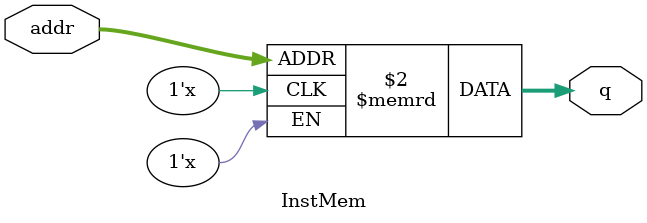
<source format=sv>
module InstMem
(
	input [31:0] addr,
	output reg [31:0] q
);
	// Declare the ROM variable
	//reg [31:0] rom[15:0];
	// Initialize the ROM with $readmemb.  Put the memory contents
	// in the file single_port_rom_init.txt.  Without this file,
	// this design will not compile.
  reg [31:0] rom[15:0];
	initial
	begin
      	
		//$readmemb("rom_init.bin", rom);
	end

	always @ (addr)
	begin
		q ={rom[addr]};
	end
	//
endmodule
</source>
